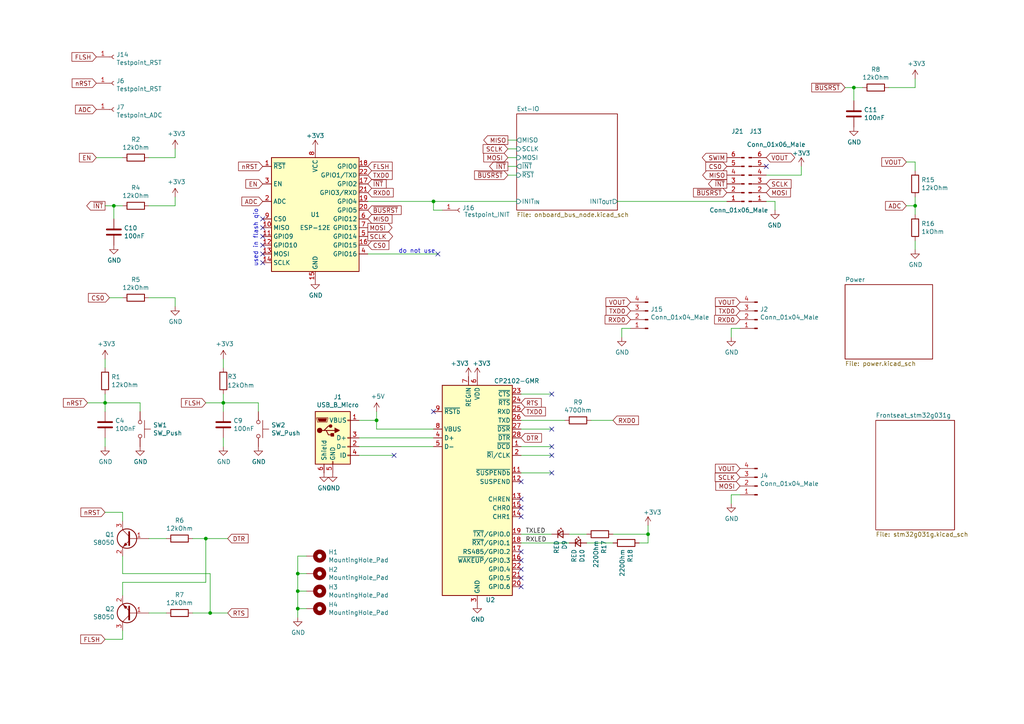
<source format=kicad_sch>
(kicad_sch (version 20211123) (generator eeschema)
  (paper "A4")
  (lib_symbols
    (symbol "Connector:Conn_01x01_Female" (pin_names (offset 1.016) hide)
      (property "Reference" "J" (at 0 2.54 0))
      (property "Value" "Conn_01x01_Female" (at 0 -2.54 0))
      (symbol "Conn_01x01_Female_1_1"
        (polyline (pts (xy -1.27 0) (xy -0.508 0)) (stroke (width 0.1524)))
        (arc (start 0 0.508) (mid -0.508 0) (end 0 -0.508) (stroke (width 0.1524)))
        (pin passive line (at -5.08 0 0) (length 3.81) (name "Pin_1") (number "1"))
      )
    )
    (symbol "Connector:Conn_01x04_Male" (pin_names (offset 1.016) hide)
      (property "Reference" "J" (at 0 5.08 0))
      (property "Value" "Conn_01x04_Male" (at 0 -7.62 0))
      (symbol "Conn_01x04_Male_1_1"
        (polyline (pts (xy 1.27 -5.08) (xy 0.8636 -5.08)) (stroke (width 0.1524)))
        (polyline (pts (xy 1.27 -2.54) (xy 0.8636 -2.54)) (stroke (width 0.1524)))
        (polyline (pts (xy 1.27 0) (xy 0.8636 0)) (stroke (width 0.1524)))
        (polyline (pts (xy 1.27 2.54) (xy 0.8636 2.54)) (stroke (width 0.1524)))
        (rectangle (start 0.8636 -4.953) (end 0 -5.207) (stroke (width 0.1524)) (fill (type outline)))
        (rectangle (start 0.8636 -2.413) (end 0 -2.667) (stroke (width 0.1524)) (fill (type outline)))
        (rectangle (start 0.8636 0.127) (end 0 -0.127) (stroke (width 0.1524)) (fill (type outline)))
        (rectangle (start 0.8636 2.667) (end 0 2.413) (stroke (width 0.1524)) (fill (type outline)))
        (pin passive line (at 5.08 2.54 180) (length 3.81) (name "Pin_1") (number "1"))
        (pin passive line (at 5.08 0 180) (length 3.81) (name "Pin_2") (number "2"))
        (pin passive line (at 5.08 -2.54 180) (length 3.81) (name "Pin_3") (number "3"))
        (pin passive line (at 5.08 -5.08 180) (length 3.81) (name "Pin_4") (number "4"))
      )
    )
    (symbol "Connector:Conn_01x06_Male" (pin_names (offset 1.016) hide)
      (property "Reference" "J" (at 0 7.62 0))
      (property "Value" "Conn_01x06_Male" (at 0 -10.16 0))
      (symbol "Conn_01x06_Male_1_1"
        (polyline (pts (xy 1.27 -7.62) (xy 0.8636 -7.62)) (stroke (width 0.1524)))
        (polyline (pts (xy 1.27 -5.08) (xy 0.8636 -5.08)) (stroke (width 0.1524)))
        (polyline (pts (xy 1.27 -2.54) (xy 0.8636 -2.54)) (stroke (width 0.1524)))
        (polyline (pts (xy 1.27 0) (xy 0.8636 0)) (stroke (width 0.1524)))
        (polyline (pts (xy 1.27 2.54) (xy 0.8636 2.54)) (stroke (width 0.1524)))
        (polyline (pts (xy 1.27 5.08) (xy 0.8636 5.08)) (stroke (width 0.1524)))
        (rectangle (start 0.8636 -7.493) (end 0 -7.747) (stroke (width 0.1524)) (fill (type outline)))
        (rectangle (start 0.8636 -4.953) (end 0 -5.207) (stroke (width 0.1524)) (fill (type outline)))
        (rectangle (start 0.8636 -2.413) (end 0 -2.667) (stroke (width 0.1524)) (fill (type outline)))
        (rectangle (start 0.8636 0.127) (end 0 -0.127) (stroke (width 0.1524)) (fill (type outline)))
        (rectangle (start 0.8636 2.667) (end 0 2.413) (stroke (width 0.1524)) (fill (type outline)))
        (rectangle (start 0.8636 5.207) (end 0 4.953) (stroke (width 0.1524)) (fill (type outline)))
        (pin passive line (at 5.08 5.08 180) (length 3.81) (name "Pin_1") (number "1"))
        (pin passive line (at 5.08 2.54 180) (length 3.81) (name "Pin_2") (number "2"))
        (pin passive line (at 5.08 0 180) (length 3.81) (name "Pin_3") (number "3"))
        (pin passive line (at 5.08 -2.54 180) (length 3.81) (name "Pin_4") (number "4"))
        (pin passive line (at 5.08 -5.08 180) (length 3.81) (name "Pin_5") (number "5"))
        (pin passive line (at 5.08 -7.62 180) (length 3.81) (name "Pin_6") (number "6"))
      )
    )
    (symbol "Connector:USB_B_Micro" (pin_names (offset 1.016))
      (property "Reference" "J" (at -5.08 11.43 0))
      (property "Value" "USB_B_Micro" (at -5.08 8.89 0))
      (symbol "USB_B_Micro_0_1"
        (rectangle (start -5.08 -7.62) (end 5.08 7.62) (stroke (width 0.254)) (fill (type background)))
        (circle (center -3.81 2.159) (radius 0.635) (stroke (width 0.254)) (fill (type outline)))
        (circle (center -0.635 3.429) (radius 0.381) (stroke (width 0.254)) (fill (type outline)))
        (rectangle (start -0.127 -7.62) (end 0.127 -6.858))
        (polyline (pts (xy -1.905 2.159) (xy 0.635 2.159)) (stroke (width 0.254)))
        (polyline (pts (xy -3.175 2.159) (xy -2.54 2.159) (xy -1.27 3.429) (xy -0.635 3.429)) (stroke (width 0.254)))
        (polyline (pts (xy -2.54 2.159) (xy -1.905 2.159) (xy -1.27 0.889) (xy 0 0.889)) (stroke (width 0.254)))
        (polyline (pts (xy 0.635 2.794) (xy 0.635 1.524) (xy 1.905 2.159) (xy 0.635 2.794)) (stroke (width 0.254)) (fill (type outline)))
        (polyline (pts (xy -4.318 5.588) (xy -1.778 5.588) (xy -2.032 4.826) (xy -4.064 4.826) (xy -4.318 5.588)) (fill (type outline)))
        (polyline (pts (xy -4.699 5.842) (xy -4.699 5.588) (xy -4.445 4.826) (xy -4.445 4.572) (xy -1.651 4.572) (xy -1.651 4.826) (xy -1.397 5.588) (xy -1.397 5.842) (xy -4.699 5.842)))
        (rectangle (start 0.254 1.27) (end -0.508 0.508) (stroke (width 0.254)) (fill (type outline)))
        (rectangle (start 5.08 -5.207) (end 4.318 -4.953))
        (rectangle (start 5.08 -2.667) (end 4.318 -2.413))
        (rectangle (start 5.08 -0.127) (end 4.318 0.127))
        (rectangle (start 5.08 4.953) (end 4.318 5.207))
      )
      (symbol "USB_B_Micro_1_1"
        (pin power_out line (at 7.62 5.08 180) (length 2.54) (name "VBUS") (number "1"))
        (pin bidirectional line (at 7.62 -2.54 180) (length 2.54) (name "D-") (number "2"))
        (pin bidirectional line (at 7.62 0 180) (length 2.54) (name "D+") (number "3"))
        (pin passive line (at 7.62 -5.08 180) (length 2.54) (name "ID") (number "4"))
        (pin power_out line (at 0 -10.16 90) (length 2.54) (name "GND") (number "5"))
        (pin passive line (at -2.54 -10.16 90) (length 2.54) (name "Shield") (number "6"))
      )
    )
    (symbol "Device:C" (pin_numbers hide) (pin_names (offset 0.254))
      (property "Reference" "C" (at 0.635 2.54 0))
      (property "Value" "C" (at 0.635 -2.54 0))
      (symbol "C_0_1"
        (polyline (pts (xy -2.032 -0.762) (xy 2.032 -0.762)) (stroke (width 0.508)))
        (polyline (pts (xy -2.032 0.762) (xy 2.032 0.762)) (stroke (width 0.508)))
      )
      (symbol "C_1_1"
        (pin passive line (at 0 3.81 270) (length 2.794) (name "~") (number "1"))
        (pin passive line (at 0 -3.81 90) (length 2.794) (name "~") (number "2"))
      )
    )
    (symbol "Device:LED_Small" (pin_numbers hide) (pin_names (offset 0.254) hide)
      (property "Reference" "D" (at -1.27 3.175 0))
      (property "Value" "LED_Small" (at -4.445 -2.54 0))
      (symbol "LED_Small_0_1"
        (polyline (pts (xy -0.762 -1.016) (xy -0.762 1.016)) (stroke (width 0.254)))
        (polyline (pts (xy 1.016 0) (xy -0.762 0)))
        (polyline (pts (xy 0.762 -1.016) (xy -0.762 0) (xy 0.762 1.016) (xy 0.762 -1.016)) (stroke (width 0.254)))
        (polyline (pts (xy 0 0.762) (xy -0.508 1.27) (xy -0.254 1.27) (xy -0.508 1.27) (xy -0.508 1.016)))
        (polyline (pts (xy 0.508 1.27) (xy 0 1.778) (xy 0.254 1.778) (xy 0 1.778) (xy 0 1.524)))
      )
      (symbol "LED_Small_1_1"
        (pin passive line (at -2.54 0 0) (length 1.778) (name "K") (number "1"))
        (pin passive line (at 2.54 0 180) (length 1.778) (name "A") (number "2"))
      )
    )
    (symbol "Device:Q_NPN_BEC" (pin_names (offset 0) hide)
      (property "Reference" "Q" (at 5.08 1.27 0))
      (property "Value" "Q_NPN_BEC" (at 5.08 -1.27 0))
      (symbol "Q_NPN_BEC_0_1"
        (polyline (pts (xy 0.635 0.635) (xy 2.54 2.54)))
        (polyline (pts (xy 0.635 -0.635) (xy 2.54 -2.54) (xy 2.54 -2.54)))
        (polyline (pts (xy 0.635 1.905) (xy 0.635 -1.905) (xy 0.635 -1.905)) (stroke (width 0.508)))
        (polyline (pts (xy 1.27 -1.778) (xy 1.778 -1.27) (xy 2.286 -2.286) (xy 1.27 -1.778) (xy 1.27 -1.778)) (fill (type outline)))
        (circle (center 1.27 0) (radius 2.8194) (stroke (width 0.254)))
      )
      (symbol "Q_NPN_BEC_1_1"
        (pin input line (at -5.08 0 0) (length 5.715) (name "B") (number "1"))
        (pin passive line (at 2.54 -5.08 90) (length 2.54) (name "E") (number "2"))
        (pin passive line (at 2.54 5.08 270) (length 2.54) (name "C") (number "3"))
      )
    )
    (symbol "Device:R" (pin_numbers hide) (pin_names (offset 0))
      (property "Reference" "R" (at 2.032 0 90))
      (property "Value" "R" (at 0 0 90))
      (symbol "R_0_1"
        (rectangle (start -1.016 -2.54) (end 1.016 2.54) (stroke (width 0.254)))
      )
      (symbol "R_1_1"
        (pin passive line (at 0 3.81 270) (length 1.27) (name "~") (number "1"))
        (pin passive line (at 0 -3.81 90) (length 1.27) (name "~") (number "2"))
      )
    )
    (symbol "Interface_USB:CP2102N-A01-GQFN28"
      (property "Reference" "U" (at -7.62 31.75 0))
      (property "Value" "Interface_USB_CP2102N-A01-GQFN28" (at 26.67 31.75 0))
      (symbol "CP2102N-A01-GQFN28_0_1"
        (rectangle (start -10.16 30.48) (end 10.16 -30.48) (stroke (width 0.254)) (fill (type background)))
      )
      (symbol "CP2102N-A01-GQFN28_1_1"
        (pin input line (at 12.7 12.7 180) (length 2.54) (name "~{DCD}") (number "1"))
        (pin no_connect line (at -10.16 -10.16 0) (length 2.54) hide (name "NC") (number "10"))
        (pin output line (at 12.7 5.08 180) (length 2.54) (name "~{SUSPENDb}") (number "11"))
        (pin output line (at 12.7 2.54 180) (length 2.54) (name "SUSPEND") (number "12"))
        (pin output line (at 12.7 -2.54 180) (length 2.54) (name "CHREN") (number "13"))
        (pin output line (at 12.7 -7.62 180) (length 2.54) (name "CHR1") (number "14"))
        (pin output line (at 12.7 -5.08 180) (length 2.54) (name "CHR0") (number "15"))
        (pin bidirectional line (at 12.7 -20.32 180) (length 2.54) (name "~{WAKEUP}/GPIO.3") (number "16"))
        (pin bidirectional line (at 12.7 -17.78 180) (length 2.54) (name "RS485/GPIO.2") (number "17"))
        (pin bidirectional line (at 12.7 -15.24 180) (length 2.54) (name "~{RXT}/GPIO.1") (number "18"))
        (pin bidirectional line (at 12.7 -12.7 180) (length 2.54) (name "~{TXT}/GPIO.0") (number "19"))
        (pin bidirectional line (at 12.7 10.16 180) (length 2.54) (name "~{RI}/CLK") (number "2"))
        (pin bidirectional line (at 12.7 -27.94 180) (length 2.54) (name "GPIO.6") (number "20"))
        (pin bidirectional line (at 12.7 -25.4 180) (length 2.54) (name "GPIO.5") (number "21"))
        (pin bidirectional line (at 12.7 -22.86 180) (length 2.54) (name "GPIO.4") (number "22"))
        (pin input line (at 12.7 27.94 180) (length 2.54) (name "~{CTS}") (number "23"))
        (pin output line (at 12.7 25.4 180) (length 2.54) (name "~{RTS}") (number "24"))
        (pin input line (at 12.7 22.86 180) (length 2.54) (name "RXD") (number "25"))
        (pin output line (at 12.7 20.32 180) (length 2.54) (name "TXD") (number "26"))
        (pin input line (at 12.7 17.78 180) (length 2.54) (name "~{DSR}") (number "27"))
        (pin output line (at 12.7 15.24 180) (length 2.54) (name "~{DTR}") (number "28"))
        (pin passive line (at 0 -33.02 90) (length 2.54) hide (name "GND") (number "29"))
        (pin power_in line (at 0 -33.02 90) (length 2.54) (name "GND") (number "3"))
        (pin bidirectional line (at -12.7 15.24 0) (length 2.54) (name "D+") (number "4"))
        (pin bidirectional line (at -12.7 12.7 0) (length 2.54) (name "D-") (number "5"))
        (pin passive line (at 0 33.02 270) (length 2.54) (name "VDD") (number "6"))
        (pin power_in line (at -2.54 33.02 270) (length 2.54) (name "REGIN") (number "7"))
        (pin input line (at -12.7 17.78 0) (length 2.54) (name "VBUS") (number "8"))
        (pin input line (at -12.7 22.86 0) (length 2.54) (name "~{RSTb}") (number "9"))
      )
    )
    (symbol "Mechanical:MountingHole_Pad" (pin_numbers hide) (pin_names (offset 1.016) hide)
      (property "Reference" "H" (at 0 6.35 0))
      (property "Value" "MountingHole_Pad" (at 0 4.445 0))
      (symbol "MountingHole_Pad_0_1"
        (circle (center 0 1.27) (radius 1.27) (stroke (width 1.27)))
      )
      (symbol "MountingHole_Pad_1_1"
        (pin input line (at 0 -2.54 90) (length 2.54) (name "1") (number "1"))
      )
    )
    (symbol "RF_Module:ESP-12E"
      (property "Reference" "U" (at -12.7 19.05 0))
      (property "Value" "ESP-12E" (at 12.7 19.05 0))
      (symbol "ESP-12E_0_1"
        (rectangle (start -12.7 17.78) (end 12.7 -15.24) (stroke (width 0.254)) (fill (type background)))
      )
      (symbol "ESP-12E_1_1"
        (pin input line (at -15.24 15.24 0) (length 2.54) (name "~{RST}") (number "1"))
        (pin bidirectional line (at -15.24 -2.54 0) (length 2.54) (name "MISO") (number "10"))
        (pin bidirectional line (at -15.24 -5.08 0) (length 2.54) (name "GPIO9") (number "11"))
        (pin bidirectional line (at -15.24 -7.62 0) (length 2.54) (name "GPIO10") (number "12"))
        (pin bidirectional line (at -15.24 -10.16 0) (length 2.54) (name "MOSI") (number "13"))
        (pin bidirectional line (at -15.24 -12.7 0) (length 2.54) (name "SCLK") (number "14"))
        (pin power_in line (at 0 -17.78 90) (length 2.54) (name "GND") (number "15"))
        (pin bidirectional line (at 15.24 -7.62 180) (length 2.54) (name "GPIO15") (number "16"))
        (pin bidirectional line (at 15.24 10.16 180) (length 2.54) (name "GPIO2") (number "17"))
        (pin bidirectional line (at 15.24 15.24 180) (length 2.54) (name "GPIO0") (number "18"))
        (pin bidirectional line (at 15.24 5.08 180) (length 2.54) (name "GPIO4") (number "19"))
        (pin input line (at -15.24 5.08 0) (length 2.54) (name "ADC") (number "2"))
        (pin bidirectional line (at 15.24 2.54 180) (length 2.54) (name "GPIO5") (number "20"))
        (pin bidirectional line (at 15.24 7.62 180) (length 2.54) (name "GPIO3/RXD") (number "21"))
        (pin bidirectional line (at 15.24 12.7 180) (length 2.54) (name "GPIO1/TXD") (number "22"))
        (pin input line (at -15.24 10.16 0) (length 2.54) (name "EN") (number "3"))
        (pin bidirectional line (at 15.24 -10.16 180) (length 2.54) (name "GPIO16") (number "4"))
        (pin bidirectional line (at 15.24 -5.08 180) (length 2.54) (name "GPIO14") (number "5"))
        (pin bidirectional line (at 15.24 0 180) (length 2.54) (name "GPIO12") (number "6"))
        (pin bidirectional line (at 15.24 -2.54 180) (length 2.54) (name "GPIO13") (number "7"))
        (pin power_in line (at 0 20.32 270) (length 2.54) (name "VCC") (number "8"))
        (pin input line (at -15.24 0 0) (length 2.54) (name "CS0") (number "9"))
      )
    )
    (symbol "Switch:SW_Push" (pin_numbers hide) (pin_names (offset 1.016) hide)
      (property "Reference" "SW" (at 1.27 2.54 0))
      (property "Value" "SW_Push" (at 0 -1.524 0))
      (symbol "SW_Push_0_1"
        (circle (center -2.032 0) (radius 0.508))
        (polyline (pts (xy 0 1.27) (xy 0 3.048)))
        (polyline (pts (xy 2.54 1.27) (xy -2.54 1.27)))
        (circle (center 2.032 0) (radius 0.508))
        (pin passive line (at -5.08 0 0) (length 2.54) (name "1") (number "1"))
        (pin passive line (at 5.08 0 180) (length 2.54) (name "2") (number "2"))
      )
    )
    (symbol "power:+3.3V" (power) (pin_names (offset 0))
      (property "Value" "+3.3V" (at 0 3.556 0))
      (symbol "+3.3V_0_1"
        (polyline (pts (xy -0.762 1.27) (xy 0 2.54)))
        (polyline (pts (xy 0 0) (xy 0 2.54)))
        (polyline (pts (xy 0 2.54) (xy 0.762 1.27)))
      )
      (symbol "+3.3V_1_1"
        (pin power_in line (at 0 0 90) (length 0) hide (name "+3V3") (number "1"))
      )
    )
    (symbol "power:+5V" (power) (pin_names (offset 0))
      (property "Value" "+5V" (at 0 3.556 0))
      (symbol "+5V_0_1"
        (polyline (pts (xy -0.762 1.27) (xy 0 2.54)))
        (polyline (pts (xy 0 0) (xy 0 2.54)))
        (polyline (pts (xy 0 2.54) (xy 0.762 1.27)))
      )
      (symbol "+5V_1_1"
        (pin power_in line (at 0 0 90) (length 0) hide (name "+5V") (number "1"))
      )
    )
    (symbol "power:GND" (power) (pin_names (offset 0))
      (property "Value" "GND" (at 0 -3.81 0))
      (symbol "GND_0_1"
        (polyline (pts (xy 0 0) (xy 0 -1.27) (xy 1.27 -1.27) (xy 0 -2.54) (xy -1.27 -1.27) (xy 0 -1.27)))
      )
      (symbol "GND_1_1"
        (pin power_in line (at 0 0 270) (length 0) hide (name "GND") (number "1"))
      )
    )
  )
  (junction (at 265.43 59.69))
  (junction (at 86.36 171.45))
  (junction (at 60.96 177.8))
  (junction (at 64.77 116.84))
  (junction (at 33.02 59.69))
  (junction (at 59.69 156.21))
  (junction (at 187.96 154.94))
  (junction (at 109.22 121.92))
  (junction (at 247.65 25.4))
  (junction (at 125.73 58.42))
  (junction (at 86.36 176.53))
  (junction (at 30.48 116.84))
  (junction (at 86.36 166.37))
  (no_connect (at 76.2 71.12))
  (no_connect (at 160.02 137.16))
  (no_connect (at 151.13 165.1))
  (no_connect (at 125.73 119.38))
  (no_connect (at 76.2 73.66))
  (no_connect (at 76.2 63.5))
  (no_connect (at 160.02 129.54))
  (no_connect (at 127 73.66))
  (no_connect (at 151.13 149.86))
  (no_connect (at 160.02 124.46))
  (no_connect (at 151.13 162.56))
  (no_connect (at 151.13 144.78))
  (no_connect (at 151.13 147.32))
  (no_connect (at 76.2 68.58))
  (no_connect (at 76.2 66.04))
  (no_connect (at 151.13 170.18))
  (no_connect (at 76.2 76.2))
  (no_connect (at 114.3 132.08))
  (no_connect (at 160.02 114.3))
  (no_connect (at 160.02 132.08))
  (no_connect (at 151.13 160.02))
  (no_connect (at 151.13 167.64))
  (no_connect (at 151.13 139.7))
  (no_connect (at 222.25 48.26))
  (wire (pts (xy 125.73 127) (xy 104.14 127)))
  (wire (pts (xy 151.13 137.16) (xy 160.02 137.16)))
  (wire (pts (xy 151.13 132.08) (xy 160.02 132.08)))
  (wire (pts (xy 33.02 59.69) (xy 33.02 63.5)))
  (wire (pts (xy 59.69 168.91) (xy 59.69 156.21)))
  (wire (pts (xy 35.56 172.72) (xy 35.56 168.91)))
  (wire (pts (xy 262.89 59.69) (xy 265.43 59.69)))
  (wire (pts (xy 35.56 59.69) (xy 33.02 59.69)))
  (wire (pts (xy 60.96 166.37) (xy 60.96 177.8)))
  (wire (pts (xy 35.56 161.29) (xy 35.56 166.37)))
  (wire (pts (xy 106.68 58.42) (xy 125.73 58.42)))
  (wire (pts (xy 265.43 25.4) (xy 265.43 22.86)))
  (wire (pts (xy 265.43 72.39) (xy 265.43 69.85)))
  (wire (pts (xy 88.9 176.53) (xy 86.36 176.53)))
  (wire (pts (xy 179.07 58.42) (xy 210.82 58.42)))
  (wire (pts (xy 30.48 116.84) (xy 30.48 119.38)))
  (wire (pts (xy 43.18 86.36) (xy 50.8 86.36)))
  (wire (pts (xy 35.56 185.42) (xy 30.48 185.42)))
  (wire (pts (xy 86.36 161.29) (xy 86.36 166.37)))
  (wire (pts (xy 125.73 60.96) (xy 125.73 58.42)))
  (wire (pts (xy 187.96 154.94) (xy 187.96 152.4)))
  (wire (pts (xy 86.36 176.53) (xy 86.36 179.07)))
  (wire (pts (xy 165.1 154.94) (xy 170.18 154.94)))
  (wire (pts (xy 109.22 121.92) (xy 109.22 119.38)))
  (wire (pts (xy 88.9 161.29) (xy 86.36 161.29)))
  (wire (pts (xy 74.93 119.38) (xy 74.93 116.84)))
  (wire (pts (xy 33.02 59.69) (xy 30.48 59.69)))
  (wire (pts (xy 265.43 49.53) (xy 265.43 46.99)))
  (wire (pts (xy 48.26 156.21) (xy 43.18 156.21)))
  (wire (pts (xy 147.32 45.72) (xy 149.86 45.72)))
  (wire (pts (xy 30.48 114.3) (xy 30.48 116.84)))
  (wire (pts (xy 50.8 86.36) (xy 50.8 88.9)))
  (wire (pts (xy 35.56 151.13) (xy 35.56 148.59)))
  (wire (pts (xy 86.36 171.45) (xy 86.36 176.53)))
  (wire (pts (xy 147.32 40.64) (xy 149.86 40.64)))
  (wire (pts (xy 247.65 25.4) (xy 245.11 25.4)))
  (wire (pts (xy 64.77 127) (xy 64.77 129.54)))
  (wire (pts (xy 64.77 114.3) (xy 64.77 116.84)))
  (wire (pts (xy 212.09 95.25) (xy 212.09 97.79)))
  (wire (pts (xy 104.14 132.08) (xy 114.3 132.08)))
  (wire (pts (xy 30.48 104.14) (xy 30.48 106.68)))
  (wire (pts (xy 257.81 25.4) (xy 265.43 25.4)))
  (wire (pts (xy 43.18 59.69) (xy 50.8 59.69)))
  (wire (pts (xy 30.48 127) (xy 30.48 129.54)))
  (wire (pts (xy 151.13 154.94) (xy 160.02 154.94)))
  (wire (pts (xy 185.42 157.48) (xy 187.96 157.48)))
  (wire (pts (xy 66.04 177.8) (xy 60.96 177.8)))
  (wire (pts (xy 59.69 156.21) (xy 55.88 156.21)))
  (wire (pts (xy 180.34 95.25) (xy 180.34 97.79)))
  (wire (pts (xy 40.64 116.84) (xy 30.48 116.84)))
  (wire (pts (xy 109.22 124.46) (xy 125.73 124.46)))
  (wire (pts (xy 35.56 148.59) (xy 30.48 148.59)))
  (wire (pts (xy 232.41 50.8) (xy 222.25 50.8)))
  (wire (pts (xy 50.8 45.72) (xy 50.8 43.18)))
  (wire (pts (xy 43.18 45.72) (xy 50.8 45.72)))
  (wire (pts (xy 35.56 168.91) (xy 59.69 168.91)))
  (wire (pts (xy 224.79 58.42) (xy 224.79 60.96)))
  (wire (pts (xy 88.9 171.45) (xy 86.36 171.45)))
  (wire (pts (xy 214.63 95.25) (xy 212.09 95.25)))
  (wire (pts (xy 125.73 58.42) (xy 149.86 58.42)))
  (wire (pts (xy 187.96 157.48) (xy 187.96 154.94)))
  (wire (pts (xy 147.32 50.8) (xy 149.86 50.8)))
  (wire (pts (xy 59.69 116.84) (xy 64.77 116.84)))
  (wire (pts (xy 35.56 182.88) (xy 35.56 185.42)))
  (wire (pts (xy 147.32 48.26) (xy 149.86 48.26)))
  (wire (pts (xy 265.43 62.23) (xy 265.43 59.69)))
  (wire (pts (xy 35.56 166.37) (xy 60.96 166.37)))
  (wire (pts (xy 25.4 116.84) (xy 30.48 116.84)))
  (wire (pts (xy 74.93 116.84) (xy 64.77 116.84)))
  (wire (pts (xy 151.13 129.54) (xy 160.02 129.54)))
  (wire (pts (xy 247.65 25.4) (xy 247.65 29.21)))
  (wire (pts (xy 104.14 121.92) (xy 109.22 121.92)))
  (wire (pts (xy 55.88 177.8) (xy 60.96 177.8)))
  (wire (pts (xy 109.22 121.92) (xy 109.22 124.46)))
  (wire (pts (xy 151.13 124.46) (xy 160.02 124.46)))
  (wire (pts (xy 151.13 157.48) (xy 165.1 157.48)))
  (wire (pts (xy 43.18 177.8) (xy 48.26 177.8)))
  (wire (pts (xy 177.8 154.94) (xy 187.96 154.94)))
  (wire (pts (xy 40.64 119.38) (xy 40.64 116.84)))
  (wire (pts (xy 125.73 129.54) (xy 104.14 129.54)))
  (wire (pts (xy 86.36 166.37) (xy 86.36 171.45)))
  (wire (pts (xy 265.43 59.69) (xy 265.43 57.15)))
  (wire (pts (xy 222.25 58.42) (xy 224.79 58.42)))
  (wire (pts (xy 50.8 59.69) (xy 50.8 57.15)))
  (wire (pts (xy 250.19 25.4) (xy 247.65 25.4)))
  (wire (pts (xy 88.9 166.37) (xy 86.36 166.37)))
  (wire (pts (xy 214.63 143.51) (xy 212.09 143.51)))
  (wire (pts (xy 182.88 95.25) (xy 180.34 95.25)))
  (wire (pts (xy 35.56 86.36) (xy 31.75 86.36)))
  (wire (pts (xy 265.43 46.99) (xy 262.89 46.99)))
  (wire (pts (xy 35.56 45.72) (xy 27.94 45.72)))
  (wire (pts (xy 147.32 43.18) (xy 149.86 43.18)))
  (wire (pts (xy 151.13 114.3) (xy 160.02 114.3)))
  (wire (pts (xy 232.41 48.26) (xy 232.41 50.8)))
  (wire (pts (xy 163.83 121.92) (xy 151.13 121.92)))
  (wire (pts (xy 127 73.66) (xy 106.68 73.66)))
  (wire (pts (xy 66.04 156.21) (xy 59.69 156.21)))
  (wire (pts (xy 128.27 60.96) (xy 125.73 60.96)))
  (wire (pts (xy 212.09 143.51) (xy 212.09 146.05)))
  (wire (pts (xy 170.18 157.48) (xy 177.8 157.48)))
  (wire (pts (xy 64.77 104.14) (xy 64.77 106.68)))
  (wire (pts (xy 64.77 116.84) (xy 64.77 119.38)))
  (wire (pts (xy 177.8 121.92) (xy 171.45 121.92)))
  (text "do not use" (at 115.57 73.66 0) (effects (font (size 1.27 1.27)) (justify left bottom)))
  (text "used in flash qio" (at 74.93 77.47 90) (effects (font (size 1.27 1.27)) (justify left bottom)))
  (label "TXLED" (at 152.4 154.94 0))
  (label "RXLED" (at 152.4 157.48 0))
  (global_label "VOUT" (shape input) (at 262.89 46.99 180) (property "Referenzen zwischen Schaltplänen" "${INTERSHEET_REFS}" (effects hide)))
  (global_label "MOSI" (shape input) (at 222.25 55.88 0) (property "Referenzen zwischen Schaltplänen" "${INTERSHEET_REFS}" (effects hide)))
  (global_label "FLSH" (shape input) (at 27.94 16.51 180) (property "Referenzen zwischen Schaltplänen" "${INTERSHEET_REFS}" (effects hide)))
  (global_label "VOUT" (shape input) (at 182.88 87.63 180) (property "Referenzen zwischen Schaltplänen" "${INTERSHEET_REFS}" (effects hide)))
  (global_label "FLSH" (shape input) (at 106.68 48.26 0) (property "Referenzen zwischen Schaltplänen" "${INTERSHEET_REFS}" (effects hide)))
  (global_label "nRST" (shape input) (at 27.94 24.13 180) (property "Referenzen zwischen Schaltplänen" "${INTERSHEET_REFS}" (effects hide)))
  (global_label "ADC" (shape input) (at 27.94 31.75 180) (property "Referenzen zwischen Schaltplänen" "${INTERSHEET_REFS}" (effects hide)))
  (global_label "RXD0" (shape input) (at 214.63 92.71 180) (property "Referenzen zwischen Schaltplänen" "${INTERSHEET_REFS}" (effects hide)))
  (global_label "~{BUSRST}" (shape input) (at 210.82 55.88 180) (property "Referenzen zwischen Schaltplänen" "${INTERSHEET_REFS}" (effects hide)))
  (global_label "FLSH" (shape input) (at 30.48 185.42 180) (property "Referenzen zwischen Schaltplänen" "${INTERSHEET_REFS}" (effects hide)))
  (global_label "SWIM" (shape output) (at 210.82 45.72 180) (property "Referenzen zwischen Schaltplänen" "${INTERSHEET_REFS}" (effects hide)))
  (global_label "EN" (shape input) (at 27.94 45.72 180) (property "Referenzen zwischen Schaltplänen" "${INTERSHEET_REFS}" (effects hide)))
  (global_label "~{INT}" (shape output) (at 210.82 53.34 180) (property "Referenzen zwischen Schaltplänen" "${INTERSHEET_REFS}" (effects hide)))
  (global_label "nRST" (shape input) (at 30.48 148.59 180) (property "Referenzen zwischen Schaltplänen" "${INTERSHEET_REFS}" (effects hide)))
  (global_label "SCLK" (shape input) (at 147.32 43.18 180) (property "Referenzen zwischen Schaltplänen" "${INTERSHEET_REFS}" (effects hide)))
  (global_label "RXD0" (shape input) (at 106.68 55.88 0) (property "Referenzen zwischen Schaltplänen" "${INTERSHEET_REFS}" (effects hide)))
  (global_label "ADC" (shape input) (at 76.2 58.42 180) (property "Referenzen zwischen Schaltplänen" "${INTERSHEET_REFS}" (effects hide)))
  (global_label "MOSI" (shape input) (at 214.63 140.97 180) (property "Referenzen zwischen Schaltplänen" "${INTERSHEET_REFS}" (effects hide)))
  (global_label "MISO" (shape output) (at 147.32 40.64 180) (property "Referenzen zwischen Schaltplänen" "${INTERSHEET_REFS}" (effects hide)))
  (global_label "RXD0" (shape input) (at 182.88 92.71 180) (property "Referenzen zwischen Schaltplänen" "${INTERSHEET_REFS}" (effects hide)))
  (global_label "SCLK" (shape input) (at 214.63 138.43 180) (property "Referenzen zwischen Schaltplänen" "${INTERSHEET_REFS}" (effects hide)))
  (global_label "MISO" (shape input) (at 106.68 63.5 0) (property "Referenzen zwischen Schaltplänen" "${INTERSHEET_REFS}" (effects hide)))
  (global_label "RTS" (shape input) (at 66.04 177.8 0) (property "Referenzen zwischen Schaltplänen" "${INTERSHEET_REFS}" (effects hide)))
  (global_label "TXD0" (shape input) (at 106.68 50.8 0) (property "Referenzen zwischen Schaltplänen" "${INTERSHEET_REFS}" (effects hide)))
  (global_label "DTR" (shape input) (at 151.13 127 0) (property "Referenzen zwischen Schaltplänen" "${INTERSHEET_REFS}" (effects hide)))
  (global_label "FLSH" (shape input) (at 59.69 116.84 180) (property "Referenzen zwischen Schaltplänen" "${INTERSHEET_REFS}" (effects hide)))
  (global_label "RTS" (shape input) (at 151.13 116.84 0) (property "Referenzen zwischen Schaltplänen" "${INTERSHEET_REFS}" (effects hide)))
  (global_label "nRST" (shape input) (at 76.2 48.26 180) (property "Referenzen zwischen Schaltplänen" "${INTERSHEET_REFS}" (effects hide)))
  (global_label "VOUT" (shape input) (at 214.63 135.89 180) (property "Referenzen zwischen Schaltplänen" "${INTERSHEET_REFS}" (effects hide)))
  (global_label "TXD0" (shape input) (at 182.88 90.17 180) (property "Referenzen zwischen Schaltplänen" "${INTERSHEET_REFS}" (effects hide)))
  (global_label "~{BUSRST}" (shape input) (at 245.11 25.4 180) (property "Referenzen zwischen Schaltplänen" "${INTERSHEET_REFS}" (effects hide)))
  (global_label "VOUT" (shape bidirectional) (at 222.25 45.72 0) (property "Referenzen zwischen Schaltplänen" "${INTERSHEET_REFS}" (effects hide)))
  (global_label "MOSI" (shape output) (at 106.68 66.04 0) (property "Referenzen zwischen Schaltplänen" "${INTERSHEET_REFS}" (effects hide)))
  (global_label "RXD0" (shape input) (at 177.8 121.92 0) (property "Referenzen zwischen Schaltplänen" "${INTERSHEET_REFS}" (effects hide)))
  (global_label "MOSI" (shape input) (at 147.32 45.72 180) (property "Referenzen zwischen Schaltplänen" "${INTERSHEET_REFS}" (effects hide)))
  (global_label "DTR" (shape input) (at 66.04 156.21 0) (property "Referenzen zwischen Schaltplänen" "${INTERSHEET_REFS}" (effects hide)))
  (global_label "nRST" (shape input) (at 25.4 116.84 180) (property "Referenzen zwischen Schaltplänen" "${INTERSHEET_REFS}" (effects hide)))
  (global_label "~{INT}" (shape input) (at 106.68 53.34 0) (property "Referenzen zwischen Schaltplänen" "${INTERSHEET_REFS}" (effects hide)))
  (global_label "TXD0" (shape input) (at 214.63 90.17 180) (property "Referenzen zwischen Schaltplänen" "${INTERSHEET_REFS}" (effects hide)))
  (global_label "ADC" (shape input) (at 262.89 59.69 180) (property "Referenzen zwischen Schaltplänen" "${INTERSHEET_REFS}" (effects hide)))
  (global_label "~{BUSRST}" (shape input) (at 106.68 60.96 0) (property "Referenzen zwischen Schaltplänen" "${INTERSHEET_REFS}" (effects hide)))
  (global_label "TXD0" (shape input) (at 151.13 119.38 0) (property "Referenzen zwischen Schaltplänen" "${INTERSHEET_REFS}" (effects hide)))
  (global_label "VOUT" (shape input) (at 214.63 87.63 180) (property "Referenzen zwischen Schaltplänen" "${INTERSHEET_REFS}" (effects hide)))
  (global_label "SCLK" (shape output) (at 106.68 68.58 0) (property "Referenzen zwischen Schaltplänen" "${INTERSHEET_REFS}" (effects hide)))
  (global_label "~{INT}" (shape output) (at 147.32 48.26 180) (property "Referenzen zwischen Schaltplänen" "${INTERSHEET_REFS}" (effects hide)))
  (global_label "SCLK" (shape input) (at 222.25 53.34 0) (property "Referenzen zwischen Schaltplänen" "${INTERSHEET_REFS}" (effects hide)))
  (global_label "CS0" (shape input) (at 106.68 71.12 0) (property "Referenzen zwischen Schaltplänen" "${INTERSHEET_REFS}" (effects hide)))
  (global_label "~{BUSRST}" (shape input) (at 147.32 50.8 180) (property "Referenzen zwischen Schaltplänen" "${INTERSHEET_REFS}" (effects hide)))
  (global_label "~{INT}" (shape output) (at 30.48 59.69 180) (property "Referenzen zwischen Schaltplänen" "${INTERSHEET_REFS}" (effects hide)))
  (global_label "MISO" (shape output) (at 210.82 50.8 180) (property "Referenzen zwischen Schaltplänen" "${INTERSHEET_REFS}" (effects hide)))
  (global_label "CS0" (shape input) (at 210.82 48.26 180) (property "Referenzen zwischen Schaltplänen" "${INTERSHEET_REFS}" (effects hide)))
  (global_label "CS0" (shape input) (at 31.75 86.36 180) (property "Referenzen zwischen Schaltplänen" "${INTERSHEET_REFS}" (effects hide)))
  (global_label "EN" (shape input) (at 76.2 53.34 180) (property "Referenzen zwischen Schaltplänen" "${INTERSHEET_REFS}" (effects hide)))
  (symbol (lib_id "Interface_USB:CP2102N-A01-GQFN28") (at 138.43 142.24 0) (unit 1)
    (property "Reference" "U2" (at 142.24 173.99 0))
    (property "Value" "CP2102-GMR" (at 149.86 110.49 0))
    (property "Footprint" "Package_DFN_QFN:QFN-28-1EP_5x5mm_P0.5mm_EP3.35x3.35mm" (effects hide))
    (property "Datasheet" "https://www.silabs.com/documents/public/data-sheets/cp2102n-datasheet.pdf" (effects hide))
    (property "LCSC" "C6568" (effects hide))
  )
  (symbol (lib_id "Device:R") (at 52.07 177.8 270) (unit 1)
    (property "Reference" "R7" (at 52.07 172.5422 90))
    (property "Value" "12kOhm" (at 52.07 174.8536 90))
    (property "Footprint" "Resistor_SMD:R_0603_1608Metric" (effects hide))
    (property "LCSC" "C22790" (effects hide))
  )
  (symbol (lib_id "Device:R") (at 52.07 156.21 270) (unit 1)
    (property "Reference" "R6" (at 52.07 150.9522 90))
    (property "Value" "12kOhm" (at 52.07 153.2636 90))
    (property "Footprint" "Resistor_SMD:R_0603_1608Metric" (effects hide))
    (property "LCSC" "C22790" (effects hide))
  )
  (symbol (lib_id "power:+3.3V") (at 138.43 109.22 0) (unit 1)
    (property "Reference" "#PWR0110" (effects hide))
    (property "Value" "+3.3V" (at 139.7 105.41 0))
  )
  (symbol (lib_id "power:+3.3V") (at 135.89 109.22 0) (unit 1)
    (property "Reference" "#PWR0111" (effects hide))
    (property "Value" "+3.3V" (at 133.35 105.41 0))
  )
  (symbol (lib_id "power:GND") (at 138.43 175.26 0) (unit 1)
    (property "Reference" "#PWR0112" (effects hide))
    (property "Value" "GND" (at 138.557 179.6542 0))
  )
  (symbol (lib_id "Connector:USB_B_Micro") (at 96.52 127 0) (unit 1)
    (property "Reference" "J1" (at 97.9678 115.1382 0))
    (property "Value" "USB_B_Micro" (at 97.9678 117.4496 0))
    (property "Footprint" "stock:micro_usb" (effects hide))
    (property "LCSC" "C40943" (effects hide))
  )
  (symbol (lib_id "power:GND") (at 96.52 137.16 0) (unit 1)
    (property "Reference" "#PWR0113" (effects hide))
    (property "Value" "GND" (at 96.647 141.5542 0))
  )
  (symbol (lib_id "power:GND") (at 93.98 137.16 0) (unit 1)
    (property "Reference" "#PWR0114" (effects hide))
    (property "Value" "GND" (at 94.107 141.5542 0))
  )
  (symbol (lib_id "power:GND") (at 30.48 129.54 0) (unit 1)
    (property "Reference" "#PWR0116" (effects hide))
    (property "Value" "GND" (at 30.607 133.9342 0))
  )
  (symbol (lib_id "power:+3.3V") (at 30.48 104.14 0) (unit 1)
    (property "Reference" "#PWR0117" (effects hide))
    (property "Value" "+3.3V" (at 30.861 99.7458 0))
  )
  (symbol (lib_id "Device:R") (at 30.48 110.49 0) (unit 1)
    (property "Reference" "R1" (at 32.258 109.3216 0) (effects (justify left)))
    (property "Value" "12kOhm" (at 32.258 111.633 0) (effects (justify left)))
    (property "Footprint" "Resistor_SMD:R_0603_1608Metric" (effects hide))
    (property "LCSC" "C22790" (effects hide))
  )
  (symbol (lib_id "Device:C") (at 30.48 123.19 0) (unit 1)
    (property "Reference" "C4" (at 33.401 122.0216 0) (effects (justify left)))
    (property "Value" "100nF" (at 33.401 124.333 0) (effects (justify left)))
    (property "Footprint" "Capacitor_SMD:C_0603_1608Metric" (effects hide))
    (property "LCSC" "C14663" (effects hide))
  )
  (symbol (lib_id "Device:R") (at 39.37 86.36 270) (unit 1)
    (property "Reference" "R5" (at 39.37 81.1022 90))
    (property "Value" "12kOhm" (at 39.37 83.4136 90))
    (property "Footprint" "Resistor_SMD:R_0603_1608Metric" (effects hide))
    (property "LCSC" "C22790" (effects hide))
  )
  (symbol (lib_id "Device:R") (at 39.37 59.69 270) (unit 1)
    (property "Reference" "R4" (at 39.37 54.4322 90))
    (property "Value" "12kOhm" (at 39.37 56.7436 90))
    (property "Footprint" "Resistor_SMD:R_0603_1608Metric" (effects hide))
    (property "LCSC" "C22790" (effects hide))
  )
  (symbol (lib_id "Device:R") (at 64.77 110.49 0) (unit 1)
    (property "Reference" "R3" (at 67.31 109.22 0))
    (property "Value" "12kOhm" (at 69.85 111.76 0))
    (property "Footprint" "Resistor_SMD:R_0603_1608Metric" (effects hide))
    (property "LCSC" "C22790" (effects hide))
  )
  (symbol (lib_id "Device:R") (at 39.37 45.72 270) (unit 1)
    (property "Reference" "R2" (at 39.37 40.4622 90))
    (property "Value" "12kOhm" (at 39.37 42.7736 90))
    (property "Footprint" "Resistor_SMD:R_0603_1608Metric" (effects hide))
    (property "LCSC" "C22790" (effects hide))
  )
  (symbol (lib_id "power:+3.3V") (at 50.8 57.15 0) (unit 1)
    (property "Reference" "#PWR0118" (effects hide))
    (property "Value" "+3.3V" (at 51.181 52.7558 0))
  )
  (symbol (lib_id "power:+3.3V") (at 50.8 43.18 0) (unit 1)
    (property "Reference" "#PWR0120" (effects hide))
    (property "Value" "+3.3V" (at 51.181 38.7858 0))
  )
  (symbol (lib_id "power:GND") (at 50.8 88.9 0) (unit 1)
    (property "Reference" "#PWR0121" (effects hide))
    (property "Value" "GND" (at 50.927 93.2942 0))
  )
  (symbol (lib_id "Device:R") (at 167.64 121.92 270) (unit 1)
    (property "Reference" "R9" (at 167.64 116.6622 90))
    (property "Value" "470Ohm" (at 167.64 118.9736 90))
    (property "Footprint" "Resistor_SMD:R_0603_1608Metric" (effects hide))
    (property "LCSC" "C23179" (effects hide))
  )
  (symbol (lib_id "power:+5V") (at 109.22 119.38 0) (unit 1)
    (property "Reference" "#PWR0106" (effects hide))
    (property "Value" "+5V" (at 109.601 114.9858 0))
  )
  (symbol (lib_id "Connector:Conn_01x04_Male") (at 219.71 140.97 180) (unit 1)
    (property "Reference" "J4" (at 220.4212 137.9728 0) (effects (justify right)))
    (property "Value" "Conn_01x04_Male" (at 220.4212 140.2842 0) (effects (justify right)))
    (property "Footprint" "TerminalBlock:TerminalBlock_bornier-4_P5.08mm" (effects hide))
    (property "LCSC" "-" (effects hide))
  )
  (symbol (lib_id "power:GND") (at 212.09 146.05 0) (unit 1)
    (property "Reference" "#PWR0122" (effects hide))
    (property "Value" "GND" (at 212.217 150.4442 0))
  )
  (symbol (lib_id "power:GND") (at 212.09 97.79 0) (unit 1)
    (property "Reference" "#PWR0126" (effects hide))
    (property "Value" "GND" (at 212.217 102.1842 0))
  )
  (symbol (lib_id "RF_Module:ESP-12E") (at 91.44 63.5 0) (unit 1)
    (property "Reference" "U1" (at 91.44 62.23 0))
    (property "Value" "ESP-12E" (at 91.44 66.04 0))
    (property "Footprint" "RF_Module:ESP-12E" (effects hide))
    (property "Datasheet" "http://wiki.ai-thinker.com/_media/esp8266/esp8266_series_modules_user_manual_v1.1.pdf" (effects hide))
    (property "LCSC" "-" (effects hide))
  )
  (symbol (lib_id "power:GND") (at 224.79 60.96 0) (mirror y) (unit 1)
    (property "Reference" "#PWR0150" (effects hide))
    (property "Value" "GND" (at 224.663 65.3542 0))
  )
  (symbol (lib_id "Device:R") (at 265.43 53.34 180) (unit 1)
    (property "Reference" "R15" (at 267.208 52.1716 0) (effects (justify right)))
    (property "Value" "12kOhm" (at 267.208 54.483 0) (effects (justify right)))
    (property "Footprint" "Resistor_SMD:R_0603_1608Metric" (effects hide))
    (property "LCSC" "C22790" (effects hide))
  )
  (symbol (lib_id "Device:R") (at 265.43 66.04 180) (unit 1)
    (property "Reference" "R16" (at 267.208 64.8716 0) (effects (justify right)))
    (property "Value" "1kOhm" (at 267.208 67.183 0) (effects (justify right)))
    (property "Footprint" "Resistor_SMD:R_0603_1608Metric" (effects hide))
    (property "LCSC" "C21190" (effects hide))
  )
  (symbol (lib_id "power:GND") (at 265.43 72.39 0) (unit 1)
    (property "Reference" "#PWR0127" (effects hide))
    (property "Value" "GND" (at 265.557 76.7842 0))
  )
  (symbol (lib_id "Connector:Conn_01x01_Female") (at 33.02 24.13 0) (unit 1)
    (property "Reference" "J6" (at 33.7312 23.4696 0) (effects (justify left)))
    (property "Value" "Testpoint_RST" (at 33.7312 25.781 0) (effects (justify left)))
    (property "Footprint" "TestPoint:TestPoint_Pad_D2.0mm" (effects hide))
    (property "LCSC" "-" (effects hide))
  )
  (symbol (lib_id "Connector:Conn_01x01_Female") (at 33.02 31.75 0) (unit 1)
    (property "Reference" "J7" (at 33.7312 31.0896 0) (effects (justify left)))
    (property "Value" "Testpoint_ADC" (at 33.7312 33.401 0) (effects (justify left)))
    (property "Footprint" "TestPoint:TestPoint_Pad_D2.0mm" (effects hide))
    (property "LCSC" "-" (effects hide))
  )
  (symbol (lib_id "Mechanical:MountingHole_Pad") (at 91.44 161.29 270) (unit 1)
    (property "Reference" "H1" (at 95.25 160.1216 90) (effects (justify left)))
    (property "Value" "MountingHole_Pad" (at 95.25 162.433 90) (effects (justify left)))
    (property "Footprint" "MountingHole:MountingHole_2.2mm_M2_Pad_Via" (effects hide))
    (property "LCSC" "-" (effects hide))
  )
  (symbol (lib_id "Mechanical:MountingHole_Pad") (at 91.44 166.37 270) (unit 1)
    (property "Reference" "H2" (at 95.25 165.2016 90) (effects (justify left)))
    (property "Value" "MountingHole_Pad" (at 95.25 167.513 90) (effects (justify left)))
    (property "Footprint" "MountingHole:MountingHole_2.2mm_M2_Pad_Via" (effects hide))
    (property "LCSC" "-" (effects hide))
  )
  (symbol (lib_id "Mechanical:MountingHole_Pad") (at 91.44 171.45 270) (unit 1)
    (property "Reference" "H3" (at 95.25 170.2816 90) (effects (justify left)))
    (property "Value" "MountingHole_Pad" (at 95.25 172.593 90) (effects (justify left)))
    (property "Footprint" "MountingHole:MountingHole_2.2mm_M2_Pad_Via" (effects hide))
    (property "LCSC" "-" (effects hide))
  )
  (symbol (lib_id "Mechanical:MountingHole_Pad") (at 91.44 176.53 270) (unit 1)
    (property "Reference" "H4" (at 95.25 175.3616 90) (effects (justify left)))
    (property "Value" "MountingHole_Pad" (at 95.25 177.673 90) (effects (justify left)))
    (property "Footprint" "MountingHole:MountingHole_2.2mm_M2_Pad_Via" (effects hide))
    (property "LCSC" "-" (effects hide))
  )
  (symbol (lib_id "power:GND") (at 86.36 179.07 0) (unit 1)
    (property "Reference" "#PWR0148" (effects hide))
    (property "Value" "GND" (at 86.487 183.4642 0))
  )
  (symbol (lib_id "Device:Q_NPN_BEC") (at 38.1 177.8 180) (unit 1)
    (property "Reference" "Q2" (at 33.2486 176.6316 0) (effects (justify left)))
    (property "Value" "S8050" (at 33.2486 178.943 0) (effects (justify left)))
    (property "Footprint" "Package_TO_SOT_SMD:SOT-23" (effects hide))
    (property "Datasheet" "http://www.unisonic.com.tw/datasheet/S8050.pdf" (effects hide))
    (property "LCSC" "C2146" (effects hide))
  )
  (symbol (lib_id "Device:Q_NPN_BEC") (at 38.1 156.21 0) (mirror y) (unit 1)
    (property "Reference" "Q1" (at 33.2486 155.0416 0) (effects (justify left)))
    (property "Value" "S8050" (at 33.2486 157.353 0) (effects (justify left)))
    (property "Footprint" "Package_TO_SOT_SMD:SOT-23" (effects hide))
    (property "Datasheet" "http://www.unisonic.com.tw/datasheet/S8050.pdf" (effects hide))
    (property "LCSC" "C2146" (effects hide))
  )
  (symbol (lib_id "Switch:SW_Push") (at 40.64 124.46 270) (unit 1)
    (property "Reference" "SW1" (at 44.3992 123.2916 90) (effects (justify left)))
    (property "Value" "SW_Push" (at 44.3992 125.603 90) (effects (justify left)))
    (property "Footprint" "Button_Switch_SMD:SW_SPST_CK_RS282G05A3" (effects hide))
    (property "LCSC" "-" (effects hide))
  )
  (symbol (lib_id "Connector:Conn_01x01_Female") (at 33.02 16.51 0) (unit 1)
    (property "Reference" "J14" (at 33.7312 15.8496 0) (effects (justify left)))
    (property "Value" "Testpoint_RST" (at 33.7312 18.161 0) (effects (justify left)))
    (property "Footprint" "TestPoint:TestPoint_Pad_D2.0mm" (effects hide))
    (property "LCSC" "-" (effects hide))
  )
  (symbol (lib_id "power:+3.3V") (at 91.44 43.18 0) (unit 1)
    (property "Reference" "#PWR0140" (effects hide))
    (property "Value" "+3.3V" (at 91.44 39.37 0))
  )
  (symbol (lib_id "power:GND") (at 91.44 81.28 0) (unit 1)
    (property "Reference" "#PWR0141" (effects hide))
    (property "Value" "GND" (at 91.567 85.6742 0))
  )
  (symbol (lib_id "Connector:Conn_01x04_Male") (at 219.71 92.71 180) (unit 1)
    (property "Reference" "J2" (at 220.4212 89.7128 0) (effects (justify right)))
    (property "Value" "Conn_01x04_Male" (at 220.4212 92.0242 0) (effects (justify right)))
    (property "Footprint" "TerminalBlock:TerminalBlock_bornier-4_P5.08mm" (effects hide))
    (property "LCSC" "-" (effects hide))
  )
  (symbol (lib_id "Connector:Conn_01x06_Male") (at 217.17 53.34 0) (mirror x) (unit 1)
    (property "Reference" "J13" (at 220.98 38.1 0) (effects (justify right)))
    (property "Value" "Conn_01x06_Male" (at 233.68 41.91 0) (effects (justify right)))
    (property "Footprint" "Connector_PinHeader_2.54mm:PinHeader_1x06_P2.54mm_Vertical" (effects hide))
    (property "LCSC" "-" (effects hide))
  )
  (symbol (lib_id "power:GND") (at 40.64 129.54 0) (unit 1)
    (property "Reference" "#PWR0119" (effects hide))
    (property "Value" "GND" (at 40.767 133.9342 0))
  )
  (symbol (lib_id "power:GND") (at 64.77 129.54 0) (unit 1)
    (property "Reference" "#PWR0151" (effects hide))
    (property "Value" "GND" (at 64.897 133.9342 0))
  )
  (symbol (lib_id "power:+3.3V") (at 64.77 104.14 0) (unit 1)
    (property "Reference" "#PWR0152" (effects hide))
    (property "Value" "+3.3V" (at 65.151 99.7458 0))
  )
  (symbol (lib_id "Device:C") (at 64.77 123.19 0) (unit 1)
    (property "Reference" "C9" (at 67.691 122.0216 0) (effects (justify left)))
    (property "Value" "100nF" (at 67.691 124.333 0) (effects (justify left)))
    (property "Footprint" "Capacitor_SMD:C_0603_1608Metric" (effects hide))
    (property "LCSC" "C14663" (effects hide))
  )
  (symbol (lib_id "Switch:SW_Push") (at 74.93 124.46 270) (unit 1)
    (property "Reference" "SW2" (at 78.6892 123.2916 90) (effects (justify left)))
    (property "Value" "SW_Push" (at 78.6892 125.603 90) (effects (justify left)))
    (property "Footprint" "Button_Switch_SMD:SW_SPST_CK_RS282G05A3" (effects hide))
    (property "LCSC" "-" (effects hide))
  )
  (symbol (lib_id "power:GND") (at 74.93 129.54 0) (unit 1)
    (property "Reference" "#PWR0153" (effects hide))
    (property "Value" "GND" (at 75.057 133.9342 0))
  )
  (symbol (lib_id "Device:LED_Small") (at 162.56 154.94 0) (unit 1)
    (property "Reference" "D9" (at 163.7284 156.718 90) (effects (justify right)))
    (property "Value" "RED" (at 161.417 156.718 90) (effects (justify right)))
    (property "Footprint" "LED_SMD:LED_0603_1608Metric" (effects hide))
    (property "LCSC" "C2286" (effects hide))
  )
  (symbol (lib_id "Device:LED_Small") (at 167.64 157.48 0) (unit 1)
    (property "Reference" "D10" (at 168.8084 159.258 90) (effects (justify right)))
    (property "Value" "RED" (at 166.497 159.258 90) (effects (justify right)))
    (property "Footprint" "LED_SMD:LED_0603_1608Metric" (effects hide))
    (property "LCSC" "C2286" (effects hide))
  )
  (symbol (lib_id "Device:R") (at 173.99 154.94 90) (unit 1)
    (property "Reference" "R17" (at 175.1584 156.718 0) (effects (justify right)))
    (property "Value" "220Ohm" (at 172.847 156.718 0) (effects (justify right)))
    (property "Footprint" "Resistor_SMD:R_0603_1608Metric" (effects hide))
    (property "LCSC" "C21189" (effects hide))
  )
  (symbol (lib_id "Device:R") (at 181.61 157.48 90) (unit 1)
    (property "Reference" "R18" (at 182.7784 159.258 0) (effects (justify right)))
    (property "Value" "220Ohm" (at 180.467 159.258 0) (effects (justify right)))
    (property "Footprint" "Resistor_SMD:R_0603_1608Metric" (effects hide))
    (property "LCSC" "C21189" (effects hide))
  )
  (symbol (lib_id "power:+3.3V") (at 187.96 152.4 0) (unit 1)
    (property "Reference" "#PWR0154" (effects hide))
    (property "Value" "+3.3V" (at 189.23 148.59 0))
  )
  (symbol (lib_id "Connector:Conn_01x04_Male") (at 187.96 92.71 180) (unit 1)
    (property "Reference" "J15" (at 188.6712 89.7128 0) (effects (justify right)))
    (property "Value" "Conn_01x04_Male" (at 188.6712 92.0242 0) (effects (justify right)))
    (property "Footprint" "Connector_PinHeader_2.54mm:PinHeader_1x04_P2.54mm_Vertical" (effects hide))
    (property "LCSC" "-" (effects hide))
  )
  (symbol (lib_id "power:GND") (at 180.34 97.79 0) (unit 1)
    (property "Reference" "#PWR0155" (effects hide))
    (property "Value" "GND" (at 180.467 102.1842 0))
  )
  (symbol (lib_id "power:GND") (at 33.02 71.12 0) (unit 1)
    (property "Reference" "#PWR0107" (effects hide))
    (property "Value" "GND" (at 33.147 75.5142 0))
  )
  (symbol (lib_id "power:+3.3V") (at 232.41 48.26 0) (unit 1)
    (property "Reference" "#PWR0159" (effects hide))
    (property "Value" "+3.3V" (at 232.41 44.45 0))
  )
  (symbol (lib_id "Connector:Conn_01x01_Female") (at 133.35 60.96 0) (unit 1)
    (property "Reference" "J16" (at 134.0612 60.2996 0) (effects (justify left)))
    (property "Value" "Testpoint_INIT" (at 134.62 62.23 0) (effects (justify left)))
    (property "Footprint" "TestPoint:TestPoint_Pad_D2.0mm" (effects hide))
    (property "LCSC" "-" (effects hide))
  )
  (symbol (lib_id "Device:R") (at 254 25.4 270) (unit 1)
    (property "Reference" "R8" (at 254 20.1422 90))
    (property "Value" "12kOhm" (at 254 22.4536 90))
    (property "Footprint" "Resistor_SMD:R_0603_1608Metric" (effects hide))
    (property "LCSC" "C22790" (effects hide))
  )
  (symbol (lib_id "Connector:Conn_01x06_Male") (at 215.9 53.34 180) (unit 1)
    (property "Reference" "J21" (at 212.09 38.1 0) (effects (justify right)))
    (property "Value" "Conn_01x06_Male" (at 205.74 60.96 0) (effects (justify right)))
    (property "Footprint" "Connector_PinHeader_2.54mm:PinHeader_1x06_P2.54mm_Vertical" (effects hide))
    (property "LCSC" "-" (effects hide))
  )
  (symbol (lib_id "Device:C") (at 247.65 33.02 0) (unit 1)
    (property "Reference" "C11" (at 250.571 31.8516 0) (effects (justify left)))
    (property "Value" "100nF" (at 250.571 34.163 0) (effects (justify left)))
    (property "Footprint" "Capacitor_SMD:C_0603_1608Metric" (effects hide))
    (property "LCSC" "C14663" (effects hide))
  )
  (symbol (lib_id "Device:C") (at 33.02 67.31 0) (unit 1)
    (property "Reference" "C10" (at 35.941 66.1416 0) (effects (justify left)))
    (property "Value" "100nF" (at 35.941 68.453 0) (effects (justify left)))
    (property "Footprint" "Capacitor_SMD:C_0603_1608Metric" (effects hide))
    (property "LCSC" "C14663" (effects hide))
  )
  (symbol (lib_id "power:GND") (at 247.65 36.83 0) (unit 1)
    (property "Reference" "#PWR0115" (effects hide))
    (property "Value" "GND" (at 247.777 41.2242 0))
  )
  (symbol (lib_id "power:+3.3V") (at 265.43 22.86 0) (unit 1)
    (property "Reference" "#PWR0158" (effects hide))
    (property "Value" "+3.3V" (at 265.811 18.4658 0))
  )
  (sheet (at 245.11 82.55) (size 25.4 21.59)
    (property "Sheet name" "Power" (at 245.11 81.8384 0) (effects (justify left bottom)))
    (property "Sheet file" "power.kicad_sch" (at 245.11 104.7246 0) (effects (justify left top)))
  )
  (sheet (at 254 121.92) (size 22.86 31.75) (stroke (width 0.1524))
    (property "Sheet name" "Frontseat_stm32g031g" (at 254 121.2084 0) (effects (justify left bottom)))
    (property "Sheet file" "stm32g031g.kicad_sch" (at 254 154.2546 0) (effects (justify left top)))
  )
  (sheet (at 149.86 33.02) (size 29.21 27.94) (stroke (width 0.1524))
    (property "Sheet name" "Ext-IO" (at 149.86 32.3084 0) (effects (justify left bottom)))
    (property "Sheet file" "onboard_bus_node.kicad_sch" (at 149.86 61.5446 0) (effects (justify left top)))
    (pin "MOSI" input (at 149.86 45.72 180))
    (pin "SCLK" input (at 149.86 43.18 180))
    (pin "MISO" output (at 149.86 40.64 180))
    (pin "INIT_{IN}" input (at 149.86 58.42 180))
    (pin "INIT_{OUT}" output (at 179.07 58.42 0))
    (pin "~{RST}" input (at 149.86 50.8 180))
    (pin "~{INT}" output (at 149.86 48.26 180))
  )
)
</source>
